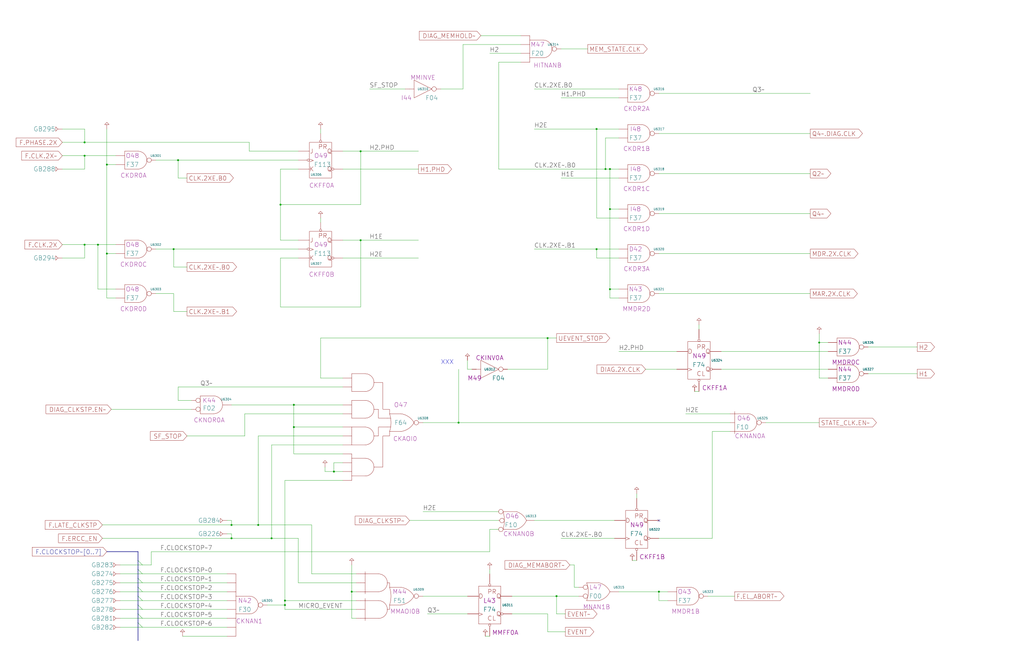
<source format=kicad_sch>
(kicad_sch (version 20211123) (generator eeschema)
  (paper "User" 584.2 378.46)
  (title_block (title "CLOCK GENERATION") (date "20-MAR-90") (rev "1.0") (comment 1 "FIU") (comment 2 "232-003065") (comment 3 "S400") (comment 4 "RELEASED"))
  (lib_symbols
    (symbol "r1000:F00" (pin_numbers hide) (pin_names hide)
      (property "Reference" "U" (at 15.24 0 0))
      (property "Value" "F00" (at 1.905 -5.08 0))
      (property "Location" "___" (at 1.905 0 0))
      (property "Name" "______" (at 2.54 -12.7 0))
      (symbol "F00_1_1"
        (pin input line (at -7.62 0 0) (length 5.08) (name "D0") (number "1"))
        (pin input line (at -7.62 -5.08 0) (length 5.08) (name "D1") (number "2"))
        (pin output line (at 15.24 -2.54 180) (length 2.54) (name "Q") (number "3"))
      )
      (symbol "F00_1_2"
        (pin input line (at -7.62 0 0) (length 2.54) (name "D0") (number "1"))
        (pin input line (at -7.62 -5.08 0) (length 2.54) (name "D1") (number "2"))
        (pin output line (at 15.24 -2.54 180) (length 5.08) (name "Q") (number "3"))
      )
    )
    (symbol "r1000:F02" (pin_numbers hide) (pin_names hide)
      (property "Reference" "U" (at 12.16 0.635 0))
      (property "Value" "F02" (at -1.27 -4.445 0))
      (property "Location" "___" (at 2.54 0 0))
      (property "Name" "______" (at 2.54 -12.7 0))
      (symbol "F02_1_1"
        (pin input line (at -7.62 0 0) (length 2.54) (name "D0") (number "1"))
        (pin input line (at -7.62 -5.08 0) (length 2.54) (name "D1") (number "2"))
        (pin output line (at 15.24 -2.54 180) (length 1.27) (name "Q") (number "3"))
      )
      (symbol "F02_1_2"
        (pin input line (at -7.62 0 0) (length 2.54) (name "D0") (number "1"))
        (pin input line (at -7.62 -5.08 0) (length 2.54) (name "D1") (number "2"))
        (pin output line (at 15.24 -2.54 180) (length 2.54) (name "Q") (number "3"))
      )
    )
    (symbol "r1000:F04" (pin_numbers hide) (pin_names hide)
      (property "Reference" "U" (at 0 0 0))
      (property "Value" "F04" (at 1.27 -5.08 0))
      (property "Location" "___" (at -12.7 -5.08 0))
      (property "Name" "______" (at 0 5.08 0))
      (symbol "F04_1_1"
        (pin input line (at -10.16 0 0) (length 2.54) (name "D") (number "1"))
        (pin output line (at 10.16 0 180) (length 2.54) (name "Q") (number "2"))
      )
    )
    (symbol "r1000:F10" (pin_numbers hide) (pin_names hide)
      (property "Reference" "U" (at 13.335 0 0))
      (property "Value" "F10" (at 5.715 -5.08 0))
      (property "Location" "___" (at -1.27 0 0))
      (property "Name" "______" (at -2.54 -10.16 0))
      (symbol "F10_1_1"
        (pin input line (at -5.08 2.54 0) (length 2.54) (name "D0") (number "1"))
        (pin input line (at -5.08 -2.54 0) (length 2.54) (name "D1") (number "2"))
        (pin input line (at -5.08 -7.62 0) (length 2.54) (name "D2") (number "3"))
        (pin output line (at 15.24 -2.54 180) (length 2.54) (name "Q") (number "4"))
      )
      (symbol "F10_1_2"
        (pin input line (at -5.08 2.54 0) (length 0) (name "D0") (number "1"))
        (pin input line (at -5.08 -2.54 0) (length 0) (name "D1") (number "2"))
        (pin input line (at -5.08 -7.62 0) (length 0) (name "D2") (number "3"))
        (pin output line (at 15.24 -2.54 180) (length 2.54) (name "Q") (number "4"))
      )
    )
    (symbol "r1000:F113" (pin_numbers hide) (pin_names (offset 1.016) hide)
      (property "Reference" "U" (at 0 -10.795 0))
      (property "Value" "F113" (at -1.27 -5.08 0))
      (property "Location" "___" (at -1.27 0 0))
      (property "Name" "______" (at 3.175 -18.415 0))
      (symbol "F113_1_1"
        (text ">" (at -2.54 -2.54 0) (effects (font (size 2.54 2.54))))
        (text "J" (at -2.54 2.54 0) (effects (font (size 2.54 2.54))))
        (text "K" (at -2.54 -7.62 0) (effects (font (size 2.54 2.54))))
        (text "P" (at 2.54 5.08 0) (effects (font (size 2.54 2.54))))
        (text "Q" (at 7.62 -7.62 0) (effects (font (size 2.54 2.54))))
        (text "Q" (at 7.62 2.54 0) (effects (font (size 2.54 2.54))))
        (text "R" (at 5.08 5.08 0) (effects (font (size 2.54 2.54))))
        (pin input line (at -10.16 -2.54 0) (length 5.08) (name "CLK_") (number "1"))
        (pin input line (at -10.16 -7.62 0) (length 6.35) (name "K") (number "2"))
        (pin input line (at -10.16 2.54 0) (length 6.35) (name "J") (number "3"))
        (pin input line (at 2.54 12.7 270) (length 3.81) (name "PR_") (number "4"))
        (pin output line (at 15.24 2.54 180) (length 6.35) (name "Q") (number "5"))
        (pin output line (at 15.24 -7.62 180) (length 5.08) (name "Q_") (number "6"))
      )
    )
    (symbol "r1000:F20" (pin_numbers hide) (pin_names hide)
      (property "Reference" "U" (at 8.255 2.54 0))
      (property "Value" "F20" (at -0.635 -2.54 0))
      (property "Location" "___" (at -0.635 2.54 0))
      (property "Name" "______" (at 5.08 -10.795 0))
      (symbol "F20_1_1"
        (pin input line (at -10.16 7.62 0) (length 5.08) (name "D0") (number "1"))
        (pin input line (at -10.16 2.54 0) (length 5.08) (name "D1") (number "2"))
        (pin input line (at -10.16 -2.54 0) (length 5.08) (name "D2") (number "4"))
        (pin input line (at -10.16 -7.62 0) (length 5.08) (name "D3") (number "5"))
        (pin output line (at 12.7 0 180) (length 2.54) (name "Q") (number "6"))
      )
      (symbol "F20_1_2"
        (pin input line (at -10.16 7.62 0) (length 1.27) (name "D0") (number "1"))
        (pin input line (at -10.16 2.54 0) (length 1.905) (name "D1") (number "2"))
        (pin input line (at -10.16 -2.54 0) (length 1.905) (name "D2") (number "4"))
        (pin input line (at -10.16 -7.62 0) (length 1.27) (name "D3") (number "5"))
        (pin output line (at 12.7 0 180) (length 5.08) (name "Q") (number "6"))
      )
    )
    (symbol "r1000:F30" (pin_numbers hide) (pin_names hide)
      (property "Reference" "U" (at 15.24 2.54 0))
      (property "Value" "F30" (at 2.54 -2.54 0))
      (property "Location" "___" (at 2.54 2.54 0))
      (property "Name" "______" (at 5.08 -10.62 0))
      (symbol "F30_1_1"
        (pin input line (at -7.62 7.62 0) (length 5.08) (name "D0") (number "1"))
        (pin input line (at -7.62 17.78 0) (length 5.08) (name "D1") (number "11"))
        (pin input line (at -7.62 12.7 0) (length 5.08) (name "D2") (number "12"))
        (pin input line (at -7.62 2.54 0) (length 5.08) (name "D3") (number "2"))
        (pin input line (at -7.62 -2.54 0) (length 5.08) (name "D4") (number "3"))
        (pin input line (at -7.62 -7.62 0) (length 5.08) (name "D5") (number "4"))
        (pin input line (at -7.62 -12.7 0) (length 5.08) (name "D6") (number "5"))
        (pin input line (at -7.62 -17.78 0) (length 5.08) (name "D7") (number "6"))
        (pin output line (at 15.24 0 180) (length 2.54) (name "Q") (number "8"))
      )
    )
    (symbol "r1000:F37" (pin_numbers hide) (pin_names (offset 0) hide)
      (property "Reference" "U" (at 15.24 0 0))
      (property "Value" "F37" (at 1.905 -5.08 0))
      (property "Location" "___" (at 1.905 0 0))
      (property "Name" "______" (at 2.54 -12.7 0))
      (symbol "F37_1_1"
        (pin input line (at -7.62 0 0) (length 5.08) (name "D0") (number "1"))
        (pin input line (at -7.62 -5.08 0) (length 5.08) (name "D1") (number "2"))
        (pin output line (at 15.24 -2.54 180) (length 2.54) (name "Q") (number "3"))
      )
      (symbol "F37_1_2"
        (pin input line (at -7.62 0 0) (length 2.54) (name "D0") (number "1"))
        (pin input line (at -7.62 -5.08 0) (length 2.54) (name "D1") (number "2"))
        (pin output line (at 15.24 -2.54 180) (length 5.08) (name "Q") (number "3"))
      )
    )
    (symbol "r1000:F51" (pin_numbers hide) (pin_names hide)
      (property "Reference" "U" (at 12.7 1.27 0))
      (property "Value" "F51" (at 1.905 -5.08 0))
      (property "Location" "___" (at 1.905 0 0))
      (property "Name" "______" (at 5.08 -12.7 0))
      (symbol "F51_1_1"
        (pin input line (at -22.86 10.16 0) (length 2.54) (name "A1") (number "1"))
        (pin input line (at -22.86 5.08 0) (length 2.54) (name "A2") (number "2"))
        (pin input line (at -22.86 0 0) (length 2.54) (name "A3") (number "3"))
        (pin input line (at -22.86 -5.08 0) (length 2.54) (name "B1") (number "4"))
        (pin input line (at -22.86 -10.16 0) (length 2.54) (name "B2") (number "5"))
        (pin input line (at -22.86 -15.24 0) (length 2.54) (name "B3") (number "6"))
        (pin output line (at 15.24 -2.54 180) (length 2.54) (name "Q") (number "7"))
      )
    )
    (symbol "r1000:F64" (pin_numbers hide) (pin_names hide)
      (property "Reference" "U" (at 15.24 2.54 0))
      (property "Value" "F64" (at 2.54 0 0))
      (property "Location" "___" (at 2.54 10.16 0))
      (property "Name" "______" (at 5.08 -10.62 0))
      (symbol "F64_1_1"
        (pin input line (at -30.48 -17.78 0) (length 5.08) (name "D0") (number "1"))
        (pin input line (at -30.48 5.08 0) (length 5.08) (name "B1") (number "10"))
        (pin input line (at -30.48 -22.86 0) (length 5.08) (name "D1") (number "11"))
        (pin input line (at -30.48 -27.94 0) (length 5.08) (name "D2") (number "12"))
        (pin input line (at -30.48 -33.02 0) (length 5.08) (name "D3") (number "13"))
        (pin input line (at -30.48 25.4 0) (length 5.08) (name "A0") (number "2"))
        (pin input line (at -30.48 20.32 0) (length 5.08) (name "A1") (number "3"))
        (pin input line (at -30.48 -2.54 0) (length 5.08) (name "C0") (number "4"))
        (pin input line (at -30.48 -7.62 0) (length 5.08) (name "C1") (number "5"))
        (pin input line (at -30.48 -12.7 0) (length 5.08) (name "C2") (number "6"))
        (pin output line (at 15.24 0 180) (length 2.54) (name "Q") (number "8"))
        (pin input line (at -30.48 10.16 0) (length 5.08) (name "B0") (number "9"))
      )
    )
    (symbol "r1000:F74" (pin_numbers hide) (pin_names (offset 1.016) hide)
      (property "Reference" "U" (at 12.7 -2.54 0))
      (property "Value" "F74" (at -1.27 -5.08 0))
      (property "Location" "___" (at -1.27 0 0))
      (property "Name" "______" (at 11.43 -19.685 0))
      (symbol "F74_1_1"
        (text ">" (at -2.54 -7.62 0) (effects (font (size 2.54 2.54))))
        (text "C" (at 2.54 -10.16 0) (effects (font (size 2.54 2.54))))
        (text "D" (at -2.54 2.54 0) (effects (font (size 2.54 2.54))))
        (text "L" (at 5.08 -10.16 0) (effects (font (size 2.54 2.54))))
        (text "P" (at 2.54 5.08 0) (effects (font (size 2.54 2.54))))
        (text "Q" (at 7.62 -7.62 0) (effects (font (size 2.54 2.54))))
        (text "Q" (at 7.62 2.54 0) (effects (font (size 2.54 2.54))))
        (text "R" (at 5.08 5.08 0) (effects (font (size 2.54 2.54))))
        (pin input line (at 2.54 -20.32 90) (length 5.08) (name "CL_") (number "1"))
        (pin input line (at -10.16 2.54 0) (length 6.35) (name "D") (number "2"))
        (pin input line (at -10.16 -7.62 0) (length 6.35) (name "CLK") (number "3"))
        (pin input line (at 2.54 15.24 270) (length 5.08) (name "PR_") (number "4"))
        (pin output line (at 15.24 2.54 180) (length 6.35) (name "Q") (number "5"))
        (pin output line (at 15.24 -7.62 180) (length 5.08) (name "Q_") (number "6"))
      )
    )
    (symbol "r1000:GB" (pin_numbers hide) (pin_names (offset 0) hide)
      (property "Reference" "GB" (at 3.81 0 0))
      (symbol "GB_1_1"
        (pin bidirectional line (at 0 0 0) (length 2.54) (name "") (number "1"))
      )
    )
    (symbol "r1000:PU" (power) (pin_numbers hide) (pin_names hide)
      (symbol "PU_1_1"
        (pin power_in line (at 0 0 90) (length 2.54) (name "PU") (number "1"))
      )
    )
  )
  (bus (pts (xy 60.96 314.96) (xy 78.74 314.96)))
  (bus (pts (xy 78.74 314.96) (xy 78.74 320.04)))
  (bus (pts (xy 78.74 320.04) (xy 78.74 325.12)))
  (bus (pts (xy 78.74 325.12) (xy 78.74 330.2)))
  (bus (pts (xy 78.74 330.2) (xy 78.74 335.28)))
  (bus (pts (xy 78.74 335.28) (xy 78.74 340.36)))
  (bus (pts (xy 78.74 340.36) (xy 78.74 345.44)))
  (bus (pts (xy 78.74 345.44) (xy 78.74 350.52)))
  (bus (pts (xy 78.74 350.52) (xy 78.74 355.6)))
  (bus (pts (xy 78.74 355.6) (xy 78.74 365.76)))
  (wire (pts (xy 101.6 101.6) (xy 101.6 91.44)))
  (wire (pts (xy 101.6 220.98) (xy 195.58 220.98)))
  (wire (pts (xy 101.6 228.6) (xy 101.6 220.98)))
  (wire (pts (xy 101.6 91.44) (xy 170.18 91.44)))
  (wire (pts (xy 104.14 363.22) (xy 129.54 363.22)))
  (wire (pts (xy 106.68 101.6) (xy 101.6 101.6)))
  (wire (pts (xy 106.68 152.4) (xy 99.06 152.4)))
  (wire (pts (xy 109.22 228.6) (xy 101.6 228.6)))
  (wire (pts (xy 129.54 297.18) (xy 132.08 297.18)))
  (wire (pts (xy 129.54 304.8) (xy 132.08 304.8)))
  (wire (pts (xy 132.08 231.14) (xy 167.64 231.14)))
  (wire (pts (xy 132.08 297.18) (xy 132.08 299.72)))
  (wire (pts (xy 132.08 299.72) (xy 58.42 299.72)))
  (wire (pts (xy 132.08 304.8) (xy 132.08 307.34)))
  (wire (pts (xy 132.08 307.34) (xy 58.42 307.34)))
  (wire (pts (xy 139.7 236.22) (xy 139.7 248.92)))
  (wire (pts (xy 139.7 248.92) (xy 106.68 248.92)))
  (wire (pts (xy 142.24 81.28) (xy 48.26 81.28)))
  (wire (pts (xy 142.24 86.36) (xy 142.24 81.28)))
  (wire (pts (xy 147.32 248.92) (xy 147.32 299.72)))
  (wire (pts (xy 147.32 299.72) (xy 132.08 299.72)))
  (wire (pts (xy 154.94 254) (xy 154.94 307.34)))
  (wire (pts (xy 154.94 307.34) (xy 132.08 307.34)))
  (wire (pts (xy 160.02 116.84) (xy 205.74 116.84)))
  (wire (pts (xy 160.02 137.16) (xy 160.02 116.84)))
  (wire (pts (xy 160.02 147.32) (xy 160.02 175.26)))
  (wire (pts (xy 160.02 175.26) (xy 205.74 175.26)))
  (wire (pts (xy 160.02 96.52) (xy 160.02 116.84)))
  (wire (pts (xy 162.56 274.32) (xy 162.56 342.9)))
  (wire (pts (xy 162.56 342.9) (xy 162.56 345.44)))
  (wire (pts (xy 162.56 345.44) (xy 152.4 345.44)))
  (wire (pts (xy 162.56 347.98) (xy 162.56 345.44)))
  (wire (pts (xy 167.64 231.14) (xy 195.58 231.14)))
  (wire (pts (xy 167.64 243.84) (xy 167.64 231.14)))
  (wire (pts (xy 167.64 243.84) (xy 195.58 243.84)))
  (wire (pts (xy 167.64 259.08) (xy 167.64 243.84)))
  (wire (pts (xy 170.18 137.16) (xy 160.02 137.16)))
  (wire (pts (xy 170.18 147.32) (xy 160.02 147.32)))
  (wire (pts (xy 170.18 307.34) (xy 154.94 307.34)))
  (wire (pts (xy 170.18 332.74) (xy 170.18 307.34)))
  (wire (pts (xy 170.18 86.36) (xy 142.24 86.36)))
  (wire (pts (xy 170.18 96.52) (xy 160.02 96.52)))
  (wire (pts (xy 177.8 299.72) (xy 147.32 299.72)))
  (wire (pts (xy 177.8 327.66) (xy 177.8 299.72)))
  (wire (pts (xy 182.88 124.46) (xy 182.88 127)))
  (wire (pts (xy 182.88 193.04) (xy 312.42 193.04)))
  (wire (pts (xy 182.88 215.9) (xy 182.88 193.04)))
  (wire (pts (xy 182.88 73.66) (xy 182.88 76.2)))
  (wire (pts (xy 185.42 269.24) (xy 185.42 266.7)))
  (wire (pts (xy 190.5 264.16) (xy 190.5 269.24)))
  (wire (pts (xy 190.5 269.24) (xy 185.42 269.24)))
  (wire (pts (xy 195.58 137.16) (xy 205.74 137.16)))
  (wire (pts (xy 195.58 147.32) (xy 238.76 147.32)))
  (wire (pts (xy 195.58 215.9) (xy 182.88 215.9)))
  (wire (pts (xy 195.58 236.22) (xy 139.7 236.22)))
  (wire (pts (xy 195.58 248.92) (xy 147.32 248.92)))
  (wire (pts (xy 195.58 254) (xy 154.94 254)))
  (wire (pts (xy 195.58 259.08) (xy 167.64 259.08)))
  (wire (pts (xy 195.58 264.16) (xy 190.5 264.16)))
  (wire (pts (xy 195.58 269.24) (xy 190.5 269.24)))
  (wire (pts (xy 195.58 274.32) (xy 162.56 274.32)))
  (wire (pts (xy 195.58 86.36) (xy 205.74 86.36)))
  (wire (pts (xy 195.58 96.52) (xy 238.76 96.52)))
  (wire (pts (xy 200.66 337.82) (xy 200.66 322.58)))
  (wire (pts (xy 200.66 337.82) (xy 203.2 337.82)))
  (wire (pts (xy 200.66 353.06) (xy 200.66 337.82)))
  (wire (pts (xy 203.2 327.66) (xy 177.8 327.66)))
  (wire (pts (xy 203.2 332.74) (xy 170.18 332.74)))
  (wire (pts (xy 203.2 342.9) (xy 162.56 342.9)))
  (wire (pts (xy 203.2 347.98) (xy 162.56 347.98)))
  (wire (pts (xy 203.2 353.06) (xy 200.66 353.06)))
  (wire (pts (xy 205.74 137.16) (xy 238.76 137.16)))
  (wire (pts (xy 205.74 175.26) (xy 205.74 137.16)))
  (wire (pts (xy 205.74 86.36) (xy 205.74 116.84)))
  (wire (pts (xy 205.74 86.36) (xy 238.76 86.36)))
  (wire (pts (xy 210.82 50.8) (xy 231.14 50.8)))
  (wire (pts (xy 233.68 297.18) (xy 284.48 297.18)))
  (wire (pts (xy 241.3 241.3) (xy 261.62 241.3)))
  (wire (pts (xy 241.3 292.1) (xy 284.48 292.1)))
  (wire (pts (xy 241.3 340.36) (xy 266.7 340.36)))
  (wire (pts (xy 243.84 350.52) (xy 266.7 350.52)))
  (wire (pts (xy 261.62 241.3) (xy 261.62 210.82)))
  (wire (pts (xy 261.62 241.3) (xy 416.56 241.3)))
  (wire (pts (xy 264.16 25.4) (xy 264.16 50.8)))
  (wire (pts (xy 264.16 50.8) (xy 251.46 50.8)))
  (wire (pts (xy 266.7 210.82) (xy 266.7 205.74)))
  (wire (pts (xy 269.24 210.82) (xy 266.7 210.82)))
  (wire (pts (xy 274.32 20.32) (xy 297.18 20.32)))
  (wire (pts (xy 276.86 363.22) (xy 279.4 363.22)))
  (wire (pts (xy 279.4 30.48) (xy 297.18 30.48)))
  (wire (pts (xy 279.4 302.26) (xy 284.48 302.26)))
  (wire (pts (xy 279.4 314.96) (xy 279.4 302.26)))
  (wire (pts (xy 279.4 325.12) (xy 279.4 327.66)))
  (wire (pts (xy 284.48 35.56) (xy 284.48 96.52)))
  (wire (pts (xy 284.48 96.52) (xy 345.44 96.52)))
  (wire (pts (xy 289.56 210.82) (xy 312.42 210.82)))
  (wire (pts (xy 292.1 340.36) (xy 317.5 340.36)))
  (wire (pts (xy 292.1 350.52) (xy 312.42 350.52)))
  (wire (pts (xy 297.18 25.4) (xy 264.16 25.4)))
  (wire (pts (xy 297.18 35.56) (xy 284.48 35.56)))
  (wire (pts (xy 304.8 142.24) (xy 340.36 142.24)))
  (wire (pts (xy 304.8 297.18) (xy 350.52 297.18)))
  (wire (pts (xy 304.8 50.8) (xy 353.06 50.8)))
  (wire (pts (xy 304.8 73.66) (xy 340.36 73.66)))
  (wire (pts (xy 312.42 193.04) (xy 317.5 193.04)))
  (wire (pts (xy 312.42 210.82) (xy 312.42 193.04)))
  (wire (pts (xy 312.42 350.52) (xy 312.42 360.68)))
  (wire (pts (xy 312.42 360.68) (xy 322.58 360.68)))
  (wire (pts (xy 317.5 340.36) (xy 330.2 340.36)))
  (wire (pts (xy 317.5 350.52) (xy 317.5 340.36)))
  (wire (pts (xy 320.04 101.6) (xy 353.06 101.6)))
  (wire (pts (xy 320.04 27.94) (xy 335.28 27.94)))
  (wire (pts (xy 320.04 307.34) (xy 350.52 307.34)))
  (wire (pts (xy 320.04 55.88) (xy 353.06 55.88)))
  (wire (pts (xy 322.58 350.52) (xy 317.5 350.52)))
  (wire (pts (xy 325.12 322.58) (xy 327.66 322.58)))
  (wire (pts (xy 327.66 335.28) (xy 327.66 322.58)))
  (wire (pts (xy 327.66 335.28) (xy 330.2 335.28)))
  (wire (pts (xy 340.36 124.46) (xy 340.36 73.66)))
  (wire (pts (xy 340.36 142.24) (xy 353.06 142.24)))
  (wire (pts (xy 340.36 147.32) (xy 340.36 142.24)))
  (wire (pts (xy 340.36 73.66) (xy 353.06 73.66)))
  (wire (pts (xy 345.44 78.74) (xy 345.44 96.52)))
  (wire (pts (xy 345.44 96.52) (xy 347.98 96.52)))
  (wire (pts (xy 347.98 119.38) (xy 347.98 165.1)))
  (wire (pts (xy 347.98 119.38) (xy 347.98 96.52)))
  (wire (pts (xy 347.98 170.18) (xy 347.98 165.1)))
  (wire (pts (xy 347.98 96.52) (xy 353.06 96.52)))
  (wire (pts (xy 35.56 139.7) (xy 48.26 139.7)))
  (wire (pts (xy 35.56 147.32) (xy 48.26 147.32)))
  (wire (pts (xy 35.56 73.66) (xy 48.26 73.66)))
  (wire (pts (xy 35.56 88.9) (xy 48.26 88.9)))
  (wire (pts (xy 35.56 96.52) (xy 48.26 96.52)))
  (wire (pts (xy 353.06 119.38) (xy 347.98 119.38)))
  (wire (pts (xy 353.06 124.46) (xy 340.36 124.46)))
  (wire (pts (xy 353.06 147.32) (xy 340.36 147.32)))
  (wire (pts (xy 353.06 165.1) (xy 347.98 165.1)))
  (wire (pts (xy 353.06 170.18) (xy 347.98 170.18)))
  (wire (pts (xy 353.06 200.66) (xy 386.08 200.66)))
  (wire (pts (xy 353.06 337.82) (xy 375.92 337.82)))
  (wire (pts (xy 353.06 78.74) (xy 345.44 78.74)))
  (wire (pts (xy 360.68 320.04) (xy 363.22 320.04)))
  (wire (pts (xy 363.22 281.94) (xy 363.22 284.48)))
  (wire (pts (xy 368.3 210.82) (xy 386.08 210.82)))
  (wire (pts (xy 375.92 121.92) (xy 462.28 121.92)))
  (wire (pts (xy 375.92 144.78) (xy 462.28 144.78)))
  (wire (pts (xy 375.92 167.64) (xy 462.28 167.64)))
  (wire (pts (xy 375.92 307.34) (xy 406.4 307.34)))
  (wire (pts (xy 375.92 337.82) (xy 381 337.82)))
  (wire (pts (xy 375.92 342.9) (xy 375.92 337.82)))
  (wire (pts (xy 375.92 53.34) (xy 462.28 53.34)))
  (wire (pts (xy 375.92 76.2) (xy 462.28 76.2)))
  (wire (pts (xy 375.92 99.06) (xy 462.28 99.06)))
  (wire (pts (xy 381 342.9) (xy 375.92 342.9)))
  (wire (pts (xy 391.16 236.22) (xy 416.56 236.22)))
  (wire (pts (xy 396.24 223.52) (xy 398.78 223.52)))
  (wire (pts (xy 398.78 185.42) (xy 398.78 187.96)))
  (wire (pts (xy 403.86 340.36) (xy 419.1 340.36)))
  (wire (pts (xy 406.4 246.38) (xy 416.56 246.38)))
  (wire (pts (xy 406.4 307.34) (xy 406.4 246.38)))
  (wire (pts (xy 411.48 200.66) (xy 472.44 200.66)))
  (wire (pts (xy 411.48 210.82) (xy 472.44 210.82)))
  (wire (pts (xy 436.88 241.3) (xy 467.36 241.3)))
  (wire (pts (xy 467.36 195.58) (xy 467.36 190.5)))
  (wire (pts (xy 467.36 195.58) (xy 472.44 195.58)))
  (wire (pts (xy 467.36 215.9) (xy 467.36 195.58)))
  (wire (pts (xy 472.44 215.9) (xy 467.36 215.9)))
  (wire (pts (xy 48.26 139.7) (xy 55.88 139.7)))
  (wire (pts (xy 48.26 147.32) (xy 48.26 139.7)))
  (wire (pts (xy 48.26 73.66) (xy 48.26 81.28)))
  (wire (pts (xy 48.26 81.28) (xy 35.56 81.28)))
  (wire (pts (xy 48.26 88.9) (xy 66.04 88.9)))
  (wire (pts (xy 48.26 96.52) (xy 48.26 88.9)))
  (wire (pts (xy 495.3 198.12) (xy 523.24 198.12)))
  (wire (pts (xy 495.3 213.36) (xy 523.24 213.36)))
  (wire (pts (xy 55.88 139.7) (xy 66.04 139.7)))
  (wire (pts (xy 55.88 165.1) (xy 55.88 139.7)))
  (wire (pts (xy 60.96 144.78) (xy 60.96 93.98)))
  (wire (pts (xy 60.96 170.18) (xy 60.96 144.78)))
  (wire (pts (xy 60.96 93.98) (xy 60.96 73.66)))
  (wire (pts (xy 63.5 233.68) (xy 109.22 233.68)))
  (wire (pts (xy 66.04 144.78) (xy 60.96 144.78)))
  (wire (pts (xy 66.04 165.1) (xy 55.88 165.1)))
  (wire (pts (xy 66.04 170.18) (xy 60.96 170.18)))
  (wire (pts (xy 66.04 93.98) (xy 60.96 93.98)))
  (wire (pts (xy 68.58 322.58) (xy 81.28 322.58)))
  (wire (pts (xy 68.58 327.66) (xy 81.28 327.66)))
  (wire (pts (xy 68.58 332.74) (xy 81.28 332.74)))
  (wire (pts (xy 68.58 337.82) (xy 81.28 337.82)))
  (wire (pts (xy 68.58 342.9) (xy 81.28 342.9)))
  (wire (pts (xy 68.58 347.98) (xy 81.28 347.98)))
  (wire (pts (xy 68.58 353.06) (xy 81.28 353.06)))
  (wire (pts (xy 68.58 358.14) (xy 81.28 358.14)))
  (wire (pts (xy 81.28 322.58) (xy 86.36 322.58)))
  (wire (pts (xy 81.28 327.66) (xy 129.54 327.66)))
  (wire (pts (xy 81.28 332.74) (xy 129.54 332.74)))
  (wire (pts (xy 81.28 337.82) (xy 129.54 337.82)))
  (wire (pts (xy 81.28 342.9) (xy 129.54 342.9)))
  (wire (pts (xy 81.28 347.98) (xy 129.54 347.98)))
  (wire (pts (xy 81.28 353.06) (xy 129.54 353.06)))
  (wire (pts (xy 81.28 358.14) (xy 129.54 358.14)))
  (wire (pts (xy 86.36 314.96) (xy 279.4 314.96)))
  (wire (pts (xy 86.36 322.58) (xy 86.36 314.96)))
  (wire (pts (xy 88.9 142.24) (xy 99.06 142.24)))
  (wire (pts (xy 88.9 167.64) (xy 99.06 167.64)))
  (wire (pts (xy 88.9 91.44) (xy 101.6 91.44)))
  (wire (pts (xy 99.06 142.24) (xy 170.18 142.24)))
  (wire (pts (xy 99.06 152.4) (xy 99.06 142.24)))
  (wire (pts (xy 99.06 167.64) (xy 99.06 177.8)))
  (wire (pts (xy 99.06 177.8) (xy 106.68 177.8)))
  (symbol (lib_id "r1000:GB") (at 35.56 73.66 0) (mirror y) (unit 1)
    (property "Reference" "GB295" (at 31.75 73.66 0) (effects (font (size 2.54 2.54)) (justify left)))
    (property "Value" "GB" (effects hide))
  )
  (global_label "F.PHASE.2X" (shape input) (at 35.56 81.28 180) (effects (font (size 2.54 2.54))) (property "Intersheet References" "${INTERSHEET_REFS}" (at 9.395 81.1213 0) (effects (font (size 2.54 2.54)) (justify right))))
  (global_label "F.CLK.2X~" (shape input) (at 35.56 88.9 180) (effects (font (size 2.54 2.54))) (property "Intersheet References" "${INTERSHEET_REFS}" (at 12.5397 88.7413 0) (effects (font (size 2.54 2.54)) (justify right))))
  (symbol (lib_id "r1000:GB") (at 35.56 96.52 0) (mirror y) (unit 1)
    (property "Reference" "GB288" (at 31.75 96.52 0) (effects (font (size 2.54 2.54)) (justify left)))
    (property "Value" "GB" (effects hide))
  )
  (global_label "F.CLK.2X" (shape input) (at 35.56 139.7 180) (effects (font (size 2.54 2.54))) (property "Intersheet References" "${INTERSHEET_REFS}" (at 14.354 139.5413 0) (effects (font (size 2.54 2.54)) (justify right))))
  (symbol (lib_id "r1000:GB") (at 35.56 147.32 0) (mirror y) (unit 1)
    (property "Reference" "GB294" (at 31.75 147.32 0) (effects (font (size 2.54 2.54)) (justify left)))
    (property "Value" "GB" (effects hide))
  )
  (junction (at 48.26 81.28))
  (junction (at 48.26 88.9))
  (junction (at 48.26 139.7))
  (junction (at 55.88 139.7))
  (global_label "F.LATE_CLKSTP" (shape input) (at 58.42 299.72 180) (effects (font (size 2.54 2.54))) (property "Intersheet References" "${INTERSHEET_REFS}" (at 25.9655 299.5613 0) (effects (font (size 2.54 2.54)) (justify right))))
  (global_label "F.ERCC_EN" (shape input) (at 58.42 307.34 180) (effects (font (size 2.54 2.54))) (property "Intersheet References" "${INTERSHEET_REFS}" (at 33.5855 307.1813 0) (effects (font (size 2.54 2.54)) (justify right))))
  (symbol (lib_id "r1000:PU") (at 60.96 73.66 0) (unit 1)
    (property "Reference" "#PWR06301" (effects hide))
    (property "Value" "PU" (effects hide))
  )
  (junction (at 60.96 93.98))
  (junction (at 60.96 144.78))
  (global_label "F.CLOCKSTOP~[0..7]" (shape input) (at 60.96 314.96 180) (effects (font (size 2.54 2.54))) (property "Intersheet References" "${INTERSHEET_REFS}" (at 18.5874 314.8013 0) (effects (font (size 2.54 2.54)) (justify right))))
  (global_label "DIAG_CLKSTP.EN~" (shape input) (at 63.5 233.68 180) (effects (font (size 2.54 2.54))) (property "Intersheet References" "${INTERSHEET_REFS}" (at 26.4493 233.5213 0) (effects (font (size 2.54 2.54)) (justify right))))
  (symbol (lib_id "r1000:GB") (at 68.58 322.58 0) (mirror y) (unit 1)
    (property "Reference" "GB283" (at 64.77 322.58 0) (effects (font (size 2.54 2.54)) (justify left)))
    (property "Value" "GB" (effects hide))
  )
  (symbol (lib_id "r1000:GB") (at 68.58 327.66 0) (mirror y) (unit 1)
    (property "Reference" "GB274" (at 64.77 327.66 0) (effects (font (size 2.54 2.54)) (justify left)))
    (property "Value" "GB" (effects hide))
  )
  (symbol (lib_id "r1000:GB") (at 68.58 332.74 0) (mirror y) (unit 1)
    (property "Reference" "GB275" (at 64.77 332.74 0) (effects (font (size 2.54 2.54)) (justify left)))
    (property "Value" "GB" (effects hide))
  )
  (symbol (lib_id "r1000:GB") (at 68.58 337.82 0) (mirror y) (unit 1)
    (property "Reference" "GB276" (at 64.77 337.82 0) (effects (font (size 2.54 2.54)) (justify left)))
    (property "Value" "GB" (effects hide))
  )
  (symbol (lib_id "r1000:GB") (at 68.58 342.9 0) (mirror y) (unit 1)
    (property "Reference" "GB277" (at 64.77 342.9 0) (effects (font (size 2.54 2.54)) (justify left)))
    (property "Value" "GB" (effects hide))
  )
  (symbol (lib_id "r1000:GB") (at 68.58 347.98 0) (mirror y) (unit 1)
    (property "Reference" "GB278" (at 64.77 347.98 0) (effects (font (size 2.54 2.54)) (justify left)))
    (property "Value" "GB" (effects hide))
  )
  (symbol (lib_id "r1000:GB") (at 68.58 353.06 0) (mirror y) (unit 1)
    (property "Reference" "GB281" (at 64.77 353.06 0) (effects (font (size 2.54 2.54)) (justify left)))
    (property "Value" "GB" (effects hide))
  )
  (symbol (lib_id "r1000:GB") (at 68.58 358.14 0) (mirror y) (unit 1)
    (property "Reference" "GB282" (at 64.77 358.14 0) (effects (font (size 2.54 2.54)) (justify left)))
    (property "Value" "GB" (effects hide))
  )
  (symbol (lib_id "r1000:F37") (at 73.66 88.9 0) (unit 1)
    (property "Reference" "U6301" (at 88.9 88.9 0))
    (property "Value" "F37" (at 75.565 93.98 0) (effects (font (size 2.54 2.54))))
    (property "Location" "O48" (at 75.565 88.9 0) (effects (font (size 2.54 2.54))))
    (property "Name" "CKDR0A" (at 76.2 101.6 0) (effects (font (size 2.54 2.54)) (justify bottom)))
  )
  (symbol (lib_id "r1000:F37") (at 73.66 139.7 0) (unit 1)
    (property "Reference" "U6302" (at 88.9 139.7 0))
    (property "Value" "F37" (at 75.565 144.78 0) (effects (font (size 2.54 2.54))))
    (property "Location" "O48" (at 75.565 139.7 0) (effects (font (size 2.54 2.54))))
    (property "Name" "CKDR0C" (at 76.2 152.4 0) (effects (font (size 2.54 2.54)) (justify bottom)))
  )
  (symbol (lib_id "r1000:F37") (at 73.66 165.1 0) (unit 1)
    (property "Reference" "U6303" (at 88.9 165.1 0))
    (property "Value" "F37" (at 75.565 170.18 0) (effects (font (size 2.54 2.54))))
    (property "Location" "O48" (at 75.565 165.1 0) (effects (font (size 2.54 2.54))))
    (property "Name" "CKDR0D" (at 76.2 177.8 0) (effects (font (size 2.54 2.54)) (justify bottom)))
  )
  (bus_entry (at 78.74 320.04) (size 2.54 2.54))
  (bus_entry (at 78.74 325.12) (size 2.54 2.54))
  (bus_entry (at 78.74 330.2) (size 2.54 2.54))
  (bus_entry (at 78.74 335.28) (size 2.54 2.54))
  (bus_entry (at 78.74 340.36) (size 2.54 2.54))
  (bus_entry (at 78.74 345.44) (size 2.54 2.54))
  (bus_entry (at 78.74 350.52) (size 2.54 2.54))
  (bus_entry (at 78.74 355.6) (size 2.54 2.54))
  (label "F.CLOCKSTOP~7" (at 91.44 314.96 0) (effects (font (size 2.54 2.54))))
  (label "F.CLOCKSTOP~0" (at 91.44 327.66 0) (effects (font (size 2.54 2.54))))
  (label "F.CLOCKSTOP~1" (at 91.44 332.74 0) (effects (font (size 2.54 2.54))))
  (label "F.CLOCKSTOP~2" (at 91.44 337.82 0) (effects (font (size 2.54 2.54))))
  (label "F.CLOCKSTOP~3" (at 91.44 342.9 0) (effects (font (size 2.54 2.54))))
  (label "F.CLOCKSTOP~4" (at 91.44 347.98 0) (effects (font (size 2.54 2.54))))
  (label "F.CLOCKSTOP~5" (at 91.44 353.06 0) (effects (font (size 2.54 2.54))))
  (label "F.CLOCKSTOP~6" (at 91.44 358.14 0) (effects (font (size 2.54 2.54))))
  (junction (at 99.06 142.24))
  (junction (at 101.6 91.44))
  (symbol (lib_id "r1000:PU") (at 104.14 363.22 0) (unit 1)
    (property "Reference" "#PWR06302" (effects hide))
    (property "Value" "PU" (effects hide))
  )
  (global_label "CLK.2XE.B0" (shape output) (at 106.68 101.6 0) (effects (font (size 2.54 2.54))) (property "Intersheet References" "${INTERSHEET_REFS}" (at 132.966 101.4413 0) (effects (font (size 2.54 2.54)) (justify left))))
  (global_label "CLK.2XE~.B0" (shape output) (at 106.68 152.4 0) (effects (font (size 2.54 2.54))) (property "Intersheet References" "${INTERSHEET_REFS}" (at 134.7803 152.2413 0) (effects (font (size 2.54 2.54)) (justify left))))
  (global_label "CLK.2XE~.B1" (shape output) (at 106.68 177.8 0) (effects (font (size 2.54 2.54))) (property "Intersheet References" "${INTERSHEET_REFS}" (at 134.7803 177.6413 0) (effects (font (size 2.54 2.54)) (justify left))))
  (global_label "SF_STOP" (shape input) (at 106.68 248.92 180) (effects (font (size 2.54 2.54))) (property "Intersheet References" "${INTERSHEET_REFS}" (at 85.9578 248.7613 0) (effects (font (size 2.54 2.54)) (justify right))))
  (label "Q3~" (at 114.3 220.98 0) (effects (font (size 2.54 2.54))))
  (symbol (lib_id "r1000:F02") (at 116.84 228.6 0) (unit 1) (convert 2)
    (property "Reference" "U6304" (at 129 227.965 0))
    (property "Value" "F02" (at 115.57 233.045 0) (effects (font (size 2.54 2.54)) (justify left)))
    (property "Location" "K44" (at 119.38 228.6 0) (effects (font (size 2.54 2.54))))
    (property "Name" "CKNOR0A" (at 119.38 241.3 0) (effects (font (size 2.54 2.54)) (justify bottom)))
  )
  (symbol (lib_id "r1000:GB") (at 129.54 297.18 0) (mirror y) (unit 1)
    (property "Reference" "GB284" (at 125.73 297.18 0) (effects (font (size 2.54 2.54)) (justify left)))
    (property "Value" "GB" (effects hide))
  )
  (symbol (lib_id "r1000:GB") (at 129.54 304.8 0) (mirror y) (unit 1)
    (property "Reference" "GB226" (at 125.73 304.8 0) (effects (font (size 2.54 2.54)) (justify left)))
    (property "Value" "GB" (effects hide))
  )
  (junction (at 132.08 299.72))
  (junction (at 132.08 307.34))
  (symbol (lib_id "r1000:F30") (at 137.16 345.44 0) (unit 1)
    (property "Reference" "U6305" (at 152.4 342.9 0))
    (property "Value" "F30" (at 139.7 347.98 0) (effects (font (size 2.54 2.54))))
    (property "Location" "N42" (at 139.7 342.9 0) (effects (font (size 2.54 2.54))))
    (property "Name" "CKNAN1" (at 142.24 356.06 0) (effects (font (size 2.54 2.54)) (justify bottom)))
  )
  (junction (at 147.32 299.72))
  (junction (at 154.94 307.34))
  (junction (at 160.02 116.84))
  (junction (at 162.56 342.9))
  (junction (at 162.56 345.44))
  (junction (at 167.64 231.14))
  (junction (at 167.64 243.84))
  (label "MICRO_EVENT" (at 170.18 347.98 0) (effects (font (size 2.54 2.54))))
  (symbol (lib_id "r1000:F113") (at 180.34 88.9 0) (unit 1)
    (property "Reference" "U6306" (at 180.34 99.695 0))
    (property "Value" "F113" (at 179.07 93.98 0) (effects (font (size 2.54 2.54)) (justify left)))
    (property "Location" "O49" (at 179.07 88.9 0) (effects (font (size 2.54 2.54)) (justify left)))
    (property "Name" "CKFF0A" (at 183.515 107.315 0) (effects (font (size 2.54 2.54)) (justify bottom)))
  )
  (symbol (lib_id "r1000:F113") (at 180.34 139.7 0) (unit 1)
    (property "Reference" "U6307" (at 180.34 150.495 0))
    (property "Value" "F113" (at 179.07 144.78 0) (effects (font (size 2.54 2.54)) (justify left)))
    (property "Location" "O49" (at 179.07 139.7 0) (effects (font (size 2.54 2.54)) (justify left)))
    (property "Name" "CKFF0B" (at 183.515 158.115 0) (effects (font (size 2.54 2.54)) (justify bottom)))
  )
  (symbol (lib_id "r1000:PU") (at 182.88 73.66 0) (unit 1)
    (property "Reference" "#PWR06303" (effects hide))
    (property "Value" "PU" (effects hide))
  )
  (symbol (lib_id "r1000:PU") (at 182.88 124.46 0) (unit 1)
    (property "Reference" "#PWR06304" (effects hide))
    (property "Value" "PU" (effects hide))
  )
  (symbol (lib_id "r1000:PU") (at 185.42 266.7 0) (unit 1)
    (property "Reference" "#PWR06305" (effects hide))
    (property "Value" "PU" (effects hide))
  )
  (junction (at 190.5 269.24))
  (symbol (lib_id "r1000:PU") (at 200.66 322.58 0) (unit 1)
    (property "Reference" "#PWR06306" (effects hide))
    (property "Value" "PU" (effects hide))
  )
  (junction (at 200.66 337.82))
  (junction (at 205.74 86.36))
  (junction (at 205.74 137.16))
  (label "SF_STOP" (at 210.82 50.8 0) (effects (font (size 2.54 2.54))))
  (label "H2.PHD" (at 210.82 86.36 0) (effects (font (size 2.54 2.54))))
  (label "H1E" (at 210.82 137.16 0) (effects (font (size 2.54 2.54))))
  (label "H2E" (at 210.82 147.32 0) (effects (font (size 2.54 2.54))))
  (symbol (lib_id "r1000:F64") (at 226.06 241.3 0) (unit 1)
    (property "Reference" "U6308" (at 241.3 238.76 0))
    (property "Value" "F64" (at 228.6 241.3 0) (effects (font (size 2.54 2.54))))
    (property "Location" "O47" (at 228.6 231.14 0) (effects (font (size 2.54 2.54))))
    (property "Name" "CKAOI0" (at 231.14 251.92 0) (effects (font (size 2.54 2.54)) (justify bottom)))
  )
  (symbol (lib_id "r1000:F51") (at 226.06 337.82 0) (unit 1)
    (property "Reference" "U6309" (at 238.76 336.55 0))
    (property "Value" "F51" (at 227.965 342.9 0) (effects (font (size 2.54 2.54))))
    (property "Location" "M44" (at 227.965 337.82 0) (effects (font (size 2.54 2.54))))
    (property "Name" "MMAOI0B" (at 231.14 350.52 0) (effects (font (size 2.54 2.54)) (justify bottom)))
  )
  (global_label "DIAG_CLKSTP~" (shape input) (at 233.68 297.18 180) (effects (font (size 2.54 2.54))) (property "Intersheet References" "${INTERSHEET_REFS}" (at 202.7978 297.0213 0) (effects (font (size 2.54 2.54)) (justify right))))
  (global_label "H1.PHD" (shape output) (at 238.76 96.52 0) (effects (font (size 2.54 2.54))) (property "Intersheet References" "${INTERSHEET_REFS}" (at 257.426 96.3613 0) (effects (font (size 2.54 2.54)) (justify left))))
  (symbol (lib_id "r1000:F04") (at 241.3 50.8 0) (unit 1)
    (property "Reference" "U6310" (at 241.3 50.8 0))
    (property "Value" "F04" (at 242.57 55.88 0) (effects (font (size 2.54 2.54)) (justify left)))
    (property "Location" "I44" (at 228.6 55.88 0) (effects (font (size 2.54 2.54)) (justify left)))
    (property "Name" "MMINVE" (at 241.3 45.72 0) (effects (font (size 2.54 2.54)) (justify bottom)))
  )
  (label "H2E" (at 241.3 292.1 0) (effects (font (size 2.54 2.54))))
  (label "Q3~" (at 243.84 350.52 0) (effects (font (size 2.54 2.54))))
  (text "XXX\n" (at 251.46 208.28 0) (effects (font (size 2.54 2.54)) (justify left bottom)))
  (junction (at 261.62 241.3))
  (symbol (lib_id "r1000:PU") (at 266.7 205.74 0) (unit 1)
    (property "Reference" "#PWR0103" (effects hide))
    (property "Value" "PU" (effects hide))
  )
  (global_label "DIAG_MEMHOLD~" (shape input) (at 274.32 20.32 180) (effects (font (size 2.54 2.54))) (property "Intersheet References" "${INTERSHEET_REFS}" (at 239.4464 20.1613 0) (effects (font (size 2.54 2.54)) (justify right))))
  (symbol (lib_id "r1000:F74") (at 276.86 342.9 0) (unit 1)
    (property "Reference" "U6311" (at 289.56 345.44 0))
    (property "Value" "F74" (at 275.59 347.98 0) (effects (font (size 2.54 2.54)) (justify left)))
    (property "Location" "L43" (at 275.59 342.9 0) (effects (font (size 2.54 2.54)) (justify left)))
    (property "Name" "MMFF0A" (at 288.29 362.585 0) (effects (font (size 2.54 2.54)) (justify bottom)))
  )
  (symbol (lib_id "r1000:PU") (at 276.86 363.22 0) (unit 1)
    (property "Reference" "#PWR06307" (effects hide))
    (property "Value" "PU" (effects hide))
  )
  (label "H2" (at 279.4 30.48 0) (effects (font (size 2.54 2.54))))
  (symbol (lib_id "r1000:F04") (at 279.4 210.82 0) (unit 1)
    (property "Reference" "U6312" (at 279.4 210.82 0))
    (property "Value" "F04" (at 280.67 215.9 0) (effects (font (size 2.54 2.54)) (justify left)))
    (property "Location" "M49" (at 266.7 215.9 0) (effects (font (size 2.54 2.54)) (justify left)))
    (property "Name" "CKINV0A" (at 279.4 205.74 0) (effects (font (size 2.54 2.54)) (justify bottom)))
  )
  (symbol (lib_id "r1000:PU") (at 279.4 325.12 0) (unit 1)
    (property "Reference" "#PWR06308" (effects hide))
    (property "Value" "PU" (effects hide))
  )
  (symbol (lib_id "r1000:F10") (at 289.56 294.64 0) (unit 1) (convert 2)
    (property "Reference" "U6313" (at 302.895 294.64 0))
    (property "Value" "F10" (at 295.275 299.72 0) (effects (font (size 2.54 2.54)) (justify right)))
    (property "Location" "O46" (at 288.29 294.64 0) (effects (font (size 2.54 2.54)) (justify left)))
    (property "Name" "CKNAN0B" (at 287.02 304.8 0) (effects (font (size 2.54 2.54)) (justify left)))
  )
  (label "CLK.2XE.B0" (at 304.8 50.8 0) (effects (font (size 2.54 2.54))))
  (label "H2E" (at 304.8 73.66 0) (effects (font (size 2.54 2.54))))
  (label "CLK.2XE~.B0" (at 304.8 96.52 0) (effects (font (size 2.54 2.54))))
  (label "CLK.2XE~.B1" (at 304.8 142.24 0) (effects (font (size 2.54 2.54))))
  (symbol (lib_id "r1000:F20") (at 307.34 27.94 0) (unit 1)
    (property "Reference" "U6314" (at 315.595 25.4 0))
    (property "Value" "F20" (at 306.705 30.48 0) (effects (font (size 2.54 2.54))))
    (property "Location" "M47" (at 306.705 25.4 0) (effects (font (size 2.54 2.54))))
    (property "Name" "HITNANB" (at 312.42 38.735 0) (effects (font (size 2.54 2.54)) (justify bottom)))
  )
  (junction (at 312.42 193.04))
  (global_label "UEVENT_STOP" (shape output) (at 317.5 193.04 0) (effects (font (size 2.54 2.54))) (property "Intersheet References" "${INTERSHEET_REFS}" (at 347.6565 192.8813 0) (effects (font (size 2.54 2.54)) (justify left))))
  (junction (at 317.5 340.36))
  (label "H1.PHD" (at 320.04 55.88 0) (effects (font (size 2.54 2.54))))
  (label "H1E" (at 320.04 101.6 0) (effects (font (size 2.54 2.54))))
  (label "CLK.2XE~.B0" (at 320.04 307.34 0) (effects (font (size 2.54 2.54))))
  (global_label "EVENT~" (shape output) (at 322.58 350.52 0) (effects (font (size 2.54 2.54))) (property "Intersheet References" "${INTERSHEET_REFS}" (at 340.3993 350.3613 0) (effects (font (size 2.54 2.54)) (justify left))))
  (global_label "EVENT" (shape output) (at 322.58 360.68 0) (effects (font (size 2.54 2.54))) (property "Intersheet References" "${INTERSHEET_REFS}" (at 338.585 360.5213 0) (effects (font (size 2.54 2.54)) (justify left))))
  (global_label "DIAG_MEMABORT~" (shape input) (at 325.12 322.58 180) (effects (font (size 2.54 2.54))) (property "Intersheet References" "${INTERSHEET_REFS}" (at 288.3112 322.4213 0) (effects (font (size 2.54 2.54)) (justify right))))
  (global_label "MEM_STATE.CLK" (shape output) (at 335.28 27.94 0) (effects (font (size 2.54 2.54))) (property "Intersheet References" "${INTERSHEET_REFS}" (at 369.065 27.7813 0) (effects (font (size 2.54 2.54)) (justify left))))
  (symbol (lib_id "r1000:F00") (at 337.82 335.28 0) (unit 1) (convert 2)
    (property "Reference" "U6315" (at 353.06 335.28 0))
    (property "Value" "F00" (at 339.725 340.36 0) (effects (font (size 2.54 2.54))))
    (property "Location" "L47" (at 339.725 335.28 0) (effects (font (size 2.54 2.54))))
    (property "Name" "MNAN1B" (at 340.36 347.98 0) (effects (font (size 2.54 2.54)) (justify bottom)))
  )
  (junction (at 340.36 73.66))
  (junction (at 340.36 142.24))
  (junction (at 345.44 96.52))
  (junction (at 347.98 96.52))
  (junction (at 347.98 119.38))
  (junction (at 347.98 165.1))
  (label "H2.PHD" (at 353.06 200.66 0) (effects (font (size 2.54 2.54))))
  (symbol (lib_id "r1000:F37") (at 360.68 50.8 0) (unit 1)
    (property "Reference" "U6316" (at 375.92 50.8 0))
    (property "Value" "F37" (at 362.585 55.88 0) (effects (font (size 2.54 2.54))))
    (property "Location" "K48" (at 362.585 50.8 0) (effects (font (size 2.54 2.54))))
    (property "Name" "CKDR2A" (at 363.22 63.5 0) (effects (font (size 2.54 2.54)) (justify bottom)))
  )
  (symbol (lib_id "r1000:F37") (at 360.68 73.66 0) (unit 1)
    (property "Reference" "U6317" (at 375.92 73.66 0))
    (property "Value" "F37" (at 362.585 78.74 0) (effects (font (size 2.54 2.54))))
    (property "Location" "I48" (at 362.585 73.66 0) (effects (font (size 2.54 2.54))))
    (property "Name" "CKDR1B" (at 363.22 86.36 0) (effects (font (size 2.54 2.54)) (justify bottom)))
  )
  (symbol (lib_id "r1000:F37") (at 360.68 96.52 0) (unit 1)
    (property "Reference" "U6318" (at 375.92 96.52 0))
    (property "Value" "F37" (at 362.585 101.6 0) (effects (font (size 2.54 2.54))))
    (property "Location" "I48" (at 362.585 96.52 0) (effects (font (size 2.54 2.54))))
    (property "Name" "CKDR1C" (at 363.22 109.22 0) (effects (font (size 2.54 2.54)) (justify bottom)))
  )
  (symbol (lib_id "r1000:F37") (at 360.68 119.38 0) (unit 1)
    (property "Reference" "U6319" (at 375.92 119.38 0))
    (property "Value" "F37" (at 362.585 124.46 0) (effects (font (size 2.54 2.54))))
    (property "Location" "I48" (at 362.585 119.38 0) (effects (font (size 2.54 2.54))))
    (property "Name" "CKDR1D" (at 363.22 132.08 0) (effects (font (size 2.54 2.54)) (justify bottom)))
  )
  (symbol (lib_id "r1000:F37") (at 360.68 142.24 0) (unit 1)
    (property "Reference" "U6320" (at 375.92 142.24 0))
    (property "Value" "F37" (at 362.585 147.32 0) (effects (font (size 2.54 2.54))))
    (property "Location" "D42" (at 362.585 142.24 0) (effects (font (size 2.54 2.54))))
    (property "Name" "CKDR3A" (at 363.22 154.94 0) (effects (font (size 2.54 2.54)) (justify bottom)))
  )
  (symbol (lib_id "r1000:F37") (at 360.68 165.1 0) (unit 1)
    (property "Reference" "U6321" (at 375.92 165.1 0))
    (property "Value" "F37" (at 362.585 170.18 0) (effects (font (size 2.54 2.54))))
    (property "Location" "N43" (at 362.585 165.1 0) (effects (font (size 2.54 2.54))))
    (property "Name" "MMDR2D" (at 363.22 177.8 0) (effects (font (size 2.54 2.54)) (justify bottom)))
  )
  (symbol (lib_id "r1000:F74") (at 360.68 299.72 0) (unit 1)
    (property "Reference" "U6322" (at 373.38 302.26 0))
    (property "Value" "F74" (at 359.41 304.8 0) (effects (font (size 2.54 2.54)) (justify left)))
    (property "Location" "N49" (at 359.41 299.72 0) (effects (font (size 2.54 2.54)) (justify left)))
    (property "Name" "CKFF1B" (at 372.11 319.405 0) (effects (font (size 2.54 2.54)) (justify bottom)))
  )
  (symbol (lib_id "r1000:PU") (at 360.68 320.04 0) (unit 1)
    (property "Reference" "#PWR06309" (effects hide))
    (property "Value" "PU" (effects hide))
  )
  (symbol (lib_id "r1000:PU") (at 363.22 281.94 0) (unit 1)
    (property "Reference" "#PWR06310" (effects hide))
    (property "Value" "PU" (effects hide))
  )
  (global_label "DIAG.2X.CLK" (shape input) (at 368.3 210.82 180) (effects (font (size 2.54 2.54))) (property "Intersheet References" "${INTERSHEET_REFS}" (at 340.8045 210.6613 0) (effects (font (size 2.54 2.54)) (justify right))))
  (no_connect (at 375.92 297.18))
  (junction (at 375.92 337.82))
  (symbol (lib_id "r1000:F37") (at 388.62 337.82 0) (unit 1)
    (property "Reference" "U6323" (at 403.86 337.82 0))
    (property "Value" "F37" (at 390.525 342.9 0) (effects (font (size 2.54 2.54))))
    (property "Location" "O43" (at 390.525 337.82 0) (effects (font (size 2.54 2.54))))
    (property "Name" "MMDR1B" (at 391.16 350.52 0) (effects (font (size 2.54 2.54)) (justify bottom)))
  )
  (label "H2E" (at 391.16 236.22 0) (effects (font (size 2.54 2.54))))
  (symbol (lib_id "r1000:F74") (at 396.24 203.2 0) (unit 1)
    (property "Reference" "U6324" (at 408.94 205.74 0))
    (property "Value" "F74" (at 394.97 208.28 0) (effects (font (size 2.54 2.54)) (justify left)))
    (property "Location" "N49" (at 394.97 203.2 0) (effects (font (size 2.54 2.54)) (justify left)))
    (property "Name" "CKFF1A" (at 407.67 222.885 0) (effects (font (size 2.54 2.54)) (justify bottom)))
  )
  (symbol (lib_id "r1000:PU") (at 396.24 223.52 0) (unit 1)
    (property "Reference" "#PWR06311" (effects hide))
    (property "Value" "PU" (effects hide))
  )
  (symbol (lib_id "r1000:PU") (at 398.78 185.42 0) (unit 1)
    (property "Reference" "#PWR06312" (effects hide))
    (property "Value" "PU" (effects hide))
  )
  (global_label "F.EL_ABORT~" (shape output) (at 419.1 340.36 0) (effects (font (size 2.54 2.54))) (property "Intersheet References" "${INTERSHEET_REFS}" (at 447.0793 340.2013 0) (effects (font (size 2.54 2.54)) (justify left))))
  (symbol (lib_id "r1000:F10") (at 421.64 238.76 0) (unit 1)
    (property "Reference" "U6325" (at 434.975 238.76 0))
    (property "Value" "F10" (at 427.355 243.84 0) (effects (font (size 2.54 2.54)) (justify right)))
    (property "Location" "O46" (at 420.37 238.76 0) (effects (font (size 2.54 2.54)) (justify left)))
    (property "Name" "CKNAN0A" (at 419.1 248.92 0) (effects (font (size 2.54 2.54)) (justify left)))
  )
  (label "Q3~" (at 429.26 53.34 0) (effects (font (size 2.54 2.54))))
  (global_label "Q4~.DIAG.CLK" (shape output) (at 462.28 76.2 0) (effects (font (size 2.54 2.54))) (property "Intersheet References" "${INTERSHEET_REFS}" (at 491.8317 76.0413 0) (effects (font (size 2.54 2.54)) (justify left))))
  (global_label "Q2~" (shape output) (at 462.28 99.06 0) (effects (font (size 2.54 2.54))) (property "Intersheet References" "${INTERSHEET_REFS}" (at 473.8098 98.9013 0) (effects (font (size 2.54 2.54)) (justify left))))
  (global_label "Q4~" (shape output) (at 462.28 121.92 0) (effects (font (size 2.54 2.54))) (property "Intersheet References" "${INTERSHEET_REFS}" (at 473.8098 121.7613 0) (effects (font (size 2.54 2.54)) (justify left))))
  (global_label "MDR.2X.CLK" (shape output) (at 462.28 144.78 0) (effects (font (size 2.54 2.54))) (property "Intersheet References" "${INTERSHEET_REFS}" (at 489.2917 144.6213 0) (effects (font (size 2.54 2.54)) (justify left))))
  (global_label "MAR.2X.CLK" (shape output) (at 462.28 167.64 0) (effects (font (size 2.54 2.54))) (property "Intersheet References" "${INTERSHEET_REFS}" (at 488.9288 167.4813 0) (effects (font (size 2.54 2.54)) (justify left))))
  (symbol (lib_id "r1000:PU") (at 467.36 190.5 0) (unit 1)
    (property "Reference" "#PWR06313" (effects hide))
    (property "Value" "PU" (effects hide))
  )
  (junction (at 467.36 195.58))
  (global_label "STATE_CLK.EN~" (shape output) (at 467.36 241.3 0) (effects (font (size 2.54 2.54))) (property "Intersheet References" "${INTERSHEET_REFS}" (at 499.8145 241.1413 0) (effects (font (size 2.54 2.54)) (justify left))))
  (symbol (lib_id "r1000:F37") (at 480.06 195.58 0) (unit 1)
    (property "Reference" "U6326" (at 495.3 195.58 0))
    (property "Value" "F37" (at 481.965 200.66 0) (effects (font (size 2.54 2.54))))
    (property "Location" "N44" (at 481.965 195.58 0) (effects (font (size 2.54 2.54))))
    (property "Name" "MMDR0C" (at 482.6 208.28 0) (effects (font (size 2.54 2.54)) (justify bottom)))
  )
  (symbol (lib_id "r1000:F37") (at 480.06 210.82 0) (unit 1)
    (property "Reference" "U6327" (at 495.3 210.82 0))
    (property "Value" "F37" (at 481.965 215.9 0) (effects (font (size 2.54 2.54))))
    (property "Location" "N44" (at 481.965 210.82 0) (effects (font (size 2.54 2.54))))
    (property "Name" "MMDR0D" (at 482.6 223.52 0) (effects (font (size 2.54 2.54)) (justify bottom)))
  )
  (global_label "H2" (shape output) (at 523.24 198.12 0) (effects (font (size 2.54 2.54))) (property "Intersheet References" "${INTERSHEET_REFS}" (at 532.9555 197.9613 0) (effects (font (size 2.54 2.54)) (justify left))))
  (global_label "H1" (shape output) (at 523.24 213.36 0) (effects (font (size 2.54 2.54))) (property "Intersheet References" "${INTERSHEET_REFS}" (at 532.9555 213.2013 0) (effects (font (size 2.54 2.54)) (justify left))))
)
</source>
